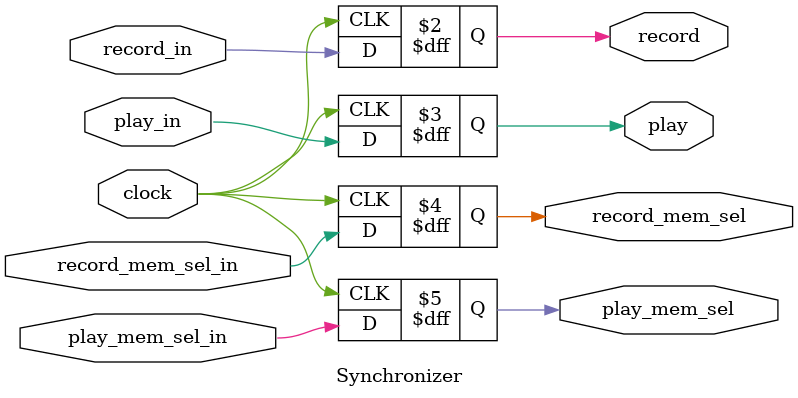
<source format=sv>
`timescale 1ns / 1ps


module Synchronizer(
    input logic clock, record_in, play_in, record_mem_sel_in, play_mem_sel_in,
    output logic record, play, record_mem_sel, play_mem_sel);
    
    always_ff @(posedge clock) begin
        record <= record_in;
        play <= play_in;
        record_mem_sel <= record_mem_sel_in;
        play_mem_sel <= play_mem_sel_in;
    end
endmodule

</source>
